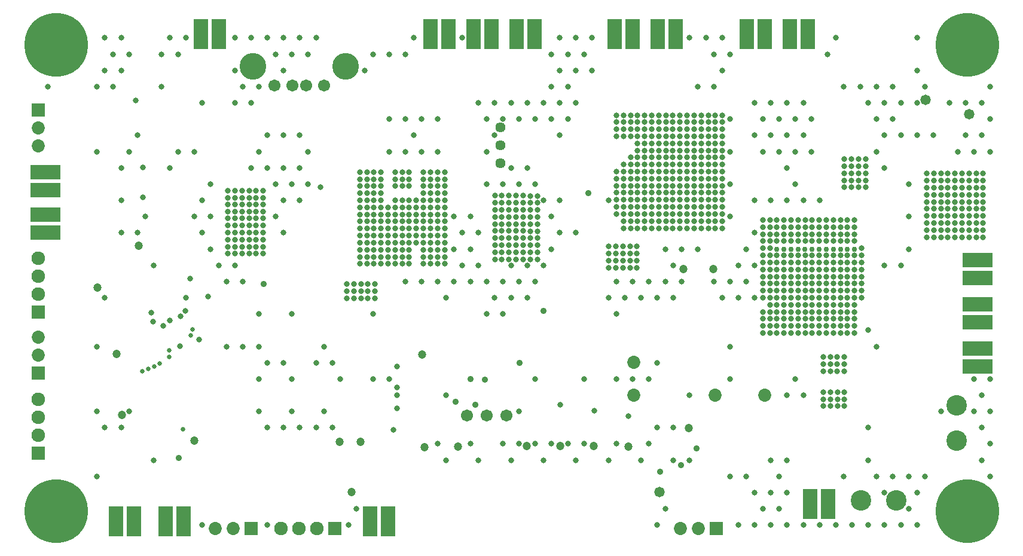
<source format=gbs>
G04*
G04 #@! TF.GenerationSoftware,Altium Limited,Altium Designer,21.7.2 (23)*
G04*
G04 Layer_Color=16711935*
%FSLAX25Y25*%
%MOIN*%
G70*
G04*
G04 #@! TF.SameCoordinates,B7E76543-6187-4393-8A72-02BF7DF05099*
G04*
G04*
G04 #@! TF.FilePolarity,Negative*
G04*
G01*
G75*
%ADD57C,0.05682*%
%ADD58C,0.07296*%
%ADD59R,0.08477X0.16548*%
%ADD60R,0.07591X0.07591*%
%ADD61C,0.07591*%
%ADD62R,0.07591X0.07591*%
%ADD63C,0.14855*%
%ADD64C,0.06706*%
%ADD65R,0.07296X0.07296*%
%ADD66R,0.07296X0.07296*%
%ADD67R,0.16548X0.08477*%
%ADD68C,0.11430*%
%ADD69C,0.06753*%
%ADD70C,0.35433*%
%ADD71C,0.04737*%
%ADD72C,0.02562*%
%ADD73C,0.03162*%
%ADD74C,0.02992*%
%ADD75C,0.03556*%
%ADD76C,0.05800*%
D57*
X-278051Y-63622D02*
D03*
Y-73622D02*
D03*
Y-83622D02*
D03*
D58*
X-203543Y-194587D02*
D03*
X-130709Y-213090D02*
D03*
X-158268D02*
D03*
X-203543D02*
D03*
X-535433Y-64016D02*
D03*
Y-74016D02*
D03*
X-167480Y-287402D02*
D03*
X-177480D02*
D03*
X-535433Y-190551D02*
D03*
Y-180551D02*
D03*
X-427008Y-287402D02*
D03*
X-437008D02*
D03*
D59*
X-105276Y-273622D02*
D03*
X-95276D02*
D03*
X-445039Y-11811D02*
D03*
X-435039D02*
D03*
X-464567Y-283465D02*
D03*
X-454567D02*
D03*
X-492126D02*
D03*
X-482126D02*
D03*
X-340394D02*
D03*
X-350394D02*
D03*
X-140438Y-11811D02*
D03*
X-130438D02*
D03*
X-116438D02*
D03*
X-106438D02*
D03*
X-190177D02*
D03*
X-180177D02*
D03*
X-214177D02*
D03*
X-204177D02*
D03*
X-292752D02*
D03*
X-282752D02*
D03*
X-316752D02*
D03*
X-306752D02*
D03*
X-268752D02*
D03*
X-258752D02*
D03*
D60*
X-370079Y-287402D02*
D03*
D61*
X-380079D02*
D03*
X-390079D02*
D03*
X-400079D02*
D03*
X-535433Y-156693D02*
D03*
Y-146693D02*
D03*
Y-136693D02*
D03*
Y-235433D02*
D03*
Y-225433D02*
D03*
Y-215433D02*
D03*
D62*
Y-166693D02*
D03*
Y-245433D02*
D03*
D63*
X-415906Y-29528D02*
D03*
X-364173D02*
D03*
D64*
X-403819Y-40197D02*
D03*
X-393976D02*
D03*
X-386102D02*
D03*
X-376260D02*
D03*
D65*
X-535433Y-54016D02*
D03*
Y-200551D02*
D03*
D66*
X-157480Y-287402D02*
D03*
X-417008D02*
D03*
D67*
X-531496Y-98583D02*
D03*
Y-88583D02*
D03*
Y-122205D02*
D03*
Y-112205D02*
D03*
X-11811Y-137638D02*
D03*
Y-147638D02*
D03*
Y-162402D02*
D03*
Y-172402D02*
D03*
Y-197008D02*
D03*
Y-187008D02*
D03*
D68*
X-23622Y-218504D02*
D03*
Y-238189D02*
D03*
X-57087Y-271654D02*
D03*
X-76772D02*
D03*
D69*
X-274410Y-224410D02*
D03*
X-285433D02*
D03*
X-296457D02*
D03*
D70*
X-17717Y-17717D02*
D03*
Y-277559D02*
D03*
X-525591D02*
D03*
Y-17717D02*
D03*
D71*
X-321498Y-190454D02*
D03*
X-448413Y-238360D02*
D03*
X-360827Y-266831D02*
D03*
X-502461Y-153051D02*
D03*
X-479724Y-129724D02*
D03*
X-367717Y-238976D02*
D03*
X-355811D02*
D03*
X-175765Y-142738D02*
D03*
X-159220D02*
D03*
X-172875Y-231399D02*
D03*
X-491732Y-190157D02*
D03*
X-488867Y-224035D02*
D03*
X-301575Y-241732D02*
D03*
X-320249Y-241839D02*
D03*
X-263093Y-241279D02*
D03*
X-206496Y-241732D02*
D03*
X-244488Y-241240D02*
D03*
X-225787Y-241240D02*
D03*
D72*
X-454921Y-231988D02*
D03*
X-467729Y-195242D02*
D03*
X-474251Y-198226D02*
D03*
X-470965Y-196852D02*
D03*
X-477470Y-199735D02*
D03*
X-449537Y-176311D02*
D03*
X-462577Y-187959D02*
D03*
X-462503Y-191788D02*
D03*
X-450675Y-179569D02*
D03*
D73*
X-4921Y-40945D02*
D03*
X-9449Y-50000D02*
D03*
X-4921Y-59055D02*
D03*
X-9449Y-68110D02*
D03*
X-4921Y-77165D02*
D03*
Y-203937D02*
D03*
X-9449Y-212992D02*
D03*
X-4921Y-222047D02*
D03*
X-9449Y-231102D02*
D03*
X-4921Y-240157D02*
D03*
X-9449Y-249213D02*
D03*
X-4921Y-258268D02*
D03*
X-18504Y-50000D02*
D03*
Y-68110D02*
D03*
X-13976Y-77165D02*
D03*
Y-203937D02*
D03*
Y-222047D02*
D03*
X-27559Y-50000D02*
D03*
X-23031Y-77165D02*
D03*
X-36614Y-68110D02*
D03*
X-32087Y-222047D02*
D03*
X-45669Y-13779D02*
D03*
Y-31890D02*
D03*
X-41142Y-40945D02*
D03*
X-45669Y-50000D02*
D03*
Y-68110D02*
D03*
X-41142Y-258268D02*
D03*
X-45669Y-267323D02*
D03*
Y-285433D02*
D03*
X-54724Y-50000D02*
D03*
Y-68110D02*
D03*
X-50197Y-95275D02*
D03*
Y-113386D02*
D03*
Y-131496D02*
D03*
X-54724Y-140551D02*
D03*
X-50197Y-258268D02*
D03*
Y-276378D02*
D03*
X-54724Y-285433D02*
D03*
X-59252Y-40945D02*
D03*
X-63779Y-50000D02*
D03*
X-59252Y-59055D02*
D03*
X-63779Y-68110D02*
D03*
Y-86220D02*
D03*
Y-140551D02*
D03*
X-59252Y-258268D02*
D03*
X-63779Y-267323D02*
D03*
Y-285433D02*
D03*
X-68307Y-40945D02*
D03*
X-72834Y-50000D02*
D03*
X-68307Y-59055D02*
D03*
Y-77165D02*
D03*
X-72834Y-176772D02*
D03*
X-68307Y-185827D02*
D03*
X-72834Y-231102D02*
D03*
Y-249213D02*
D03*
X-68307Y-258268D02*
D03*
X-72834Y-285433D02*
D03*
X-77362Y-40945D02*
D03*
X-81890Y-285433D02*
D03*
X-90945Y-13779D02*
D03*
X-86417Y-40945D02*
D03*
Y-258268D02*
D03*
X-90945Y-285433D02*
D03*
X-95472Y-22835D02*
D03*
X-100000Y-104331D02*
D03*
Y-285433D02*
D03*
X-109055Y-50000D02*
D03*
X-104527Y-59055D02*
D03*
X-109055Y-68110D02*
D03*
X-104527Y-77165D02*
D03*
X-109055Y-104331D02*
D03*
Y-212992D02*
D03*
Y-285433D02*
D03*
X-118110Y-50000D02*
D03*
X-113583Y-59055D02*
D03*
X-118110Y-68110D02*
D03*
X-113583Y-77165D02*
D03*
X-118110Y-86220D02*
D03*
X-113583Y-95275D02*
D03*
X-118110Y-104331D02*
D03*
X-113583Y-203937D02*
D03*
X-118110Y-212992D02*
D03*
Y-249213D02*
D03*
Y-267323D02*
D03*
Y-285433D02*
D03*
X-127165Y-50000D02*
D03*
X-122638Y-59055D02*
D03*
X-127165Y-68110D02*
D03*
X-122638Y-77165D02*
D03*
X-127165Y-104331D02*
D03*
Y-249213D02*
D03*
X-122638Y-258268D02*
D03*
X-127165Y-267323D02*
D03*
X-122638Y-276378D02*
D03*
X-127165Y-285433D02*
D03*
X-136220Y-50000D02*
D03*
X-131693Y-59055D02*
D03*
X-136220Y-68110D02*
D03*
X-131693Y-77165D02*
D03*
X-136220Y-104331D02*
D03*
Y-122441D02*
D03*
Y-140551D02*
D03*
Y-158661D02*
D03*
Y-267323D02*
D03*
X-131693Y-276378D02*
D03*
X-136220Y-285433D02*
D03*
X-140748Y-131496D02*
D03*
X-145275Y-140551D02*
D03*
X-140748Y-149606D02*
D03*
X-145275Y-158661D02*
D03*
X-140748Y-258268D02*
D03*
X-145275Y-285433D02*
D03*
X-154331Y-13779D02*
D03*
X-149803Y-22835D02*
D03*
X-154331Y-31890D02*
D03*
X-149803Y-59055D02*
D03*
Y-77165D02*
D03*
Y-95275D02*
D03*
Y-113386D02*
D03*
Y-149606D02*
D03*
X-154331Y-158661D02*
D03*
X-149803Y-185827D02*
D03*
Y-203937D02*
D03*
Y-258268D02*
D03*
X-163386Y-13779D02*
D03*
X-158858Y-22835D02*
D03*
Y-40945D02*
D03*
Y-149606D02*
D03*
X-172441Y-13779D02*
D03*
X-167913Y-40945D02*
D03*
Y-131496D02*
D03*
X-172441Y-212992D02*
D03*
Y-249213D02*
D03*
X-176968Y-131496D02*
D03*
X-181496Y-140551D02*
D03*
X-176968Y-149606D02*
D03*
X-181496Y-158661D02*
D03*
Y-231102D02*
D03*
Y-249213D02*
D03*
X-186023Y-131496D02*
D03*
Y-149606D02*
D03*
X-190551Y-158661D02*
D03*
Y-194882D02*
D03*
Y-231102D02*
D03*
X-186023Y-276378D02*
D03*
X-190551Y-285433D02*
D03*
X-195079Y-149606D02*
D03*
X-199606Y-158661D02*
D03*
X-195079Y-203937D02*
D03*
Y-240157D02*
D03*
X-199606Y-249213D02*
D03*
X-204134Y-149606D02*
D03*
X-208661Y-158661D02*
D03*
X-204134Y-203937D02*
D03*
X-217716Y-104331D02*
D03*
X-213189Y-149606D02*
D03*
X-217716Y-158661D02*
D03*
X-213189Y-167717D02*
D03*
Y-203937D02*
D03*
Y-240157D02*
D03*
X-217716Y-249213D02*
D03*
X-226771Y-13779D02*
D03*
Y-31890D02*
D03*
X-235827Y-13779D02*
D03*
X-231299Y-22835D02*
D03*
X-235827Y-31890D02*
D03*
Y-50000D02*
D03*
Y-122441D02*
D03*
X-231299Y-203937D02*
D03*
Y-240157D02*
D03*
X-235827Y-249213D02*
D03*
X-244882Y-13779D02*
D03*
X-240354Y-22835D02*
D03*
X-244882Y-31890D02*
D03*
X-240354Y-40945D02*
D03*
X-244882Y-50000D02*
D03*
X-240354Y-59055D02*
D03*
X-244882Y-68110D02*
D03*
Y-104331D02*
D03*
Y-122441D02*
D03*
X-240354Y-240157D02*
D03*
X-249409Y-22835D02*
D03*
Y-40945D02*
D03*
X-253937Y-50000D02*
D03*
X-249409Y-59055D02*
D03*
X-253937Y-104331D02*
D03*
X-249409Y-113386D02*
D03*
Y-131496D02*
D03*
X-253937Y-140551D02*
D03*
X-249409Y-240157D02*
D03*
X-253937Y-249213D02*
D03*
X-262992Y-50000D02*
D03*
X-258464Y-59055D02*
D03*
X-262992Y-86220D02*
D03*
X-258464Y-95275D02*
D03*
X-262992Y-140551D02*
D03*
X-258464Y-149606D02*
D03*
X-262992Y-158661D02*
D03*
X-258464Y-203937D02*
D03*
Y-240157D02*
D03*
X-272047Y-50000D02*
D03*
X-267520Y-59055D02*
D03*
X-272047Y-86220D02*
D03*
X-267520Y-95275D02*
D03*
X-272047Y-140551D02*
D03*
X-267520Y-149606D02*
D03*
X-272047Y-158661D02*
D03*
X-267520Y-222047D02*
D03*
Y-240157D02*
D03*
X-272047Y-249213D02*
D03*
X-281102Y-50000D02*
D03*
X-276575Y-59055D02*
D03*
X-281102Y-68110D02*
D03*
X-276575Y-95275D02*
D03*
Y-149606D02*
D03*
X-281102Y-158661D02*
D03*
X-276575Y-167717D02*
D03*
Y-240157D02*
D03*
X-290157Y-50000D02*
D03*
X-285630Y-59055D02*
D03*
Y-77165D02*
D03*
Y-95275D02*
D03*
X-290157Y-122441D02*
D03*
Y-140551D02*
D03*
X-285630Y-149606D02*
D03*
Y-167717D02*
D03*
X-290157Y-249213D02*
D03*
X-299213Y-13779D02*
D03*
X-294685Y-113386D02*
D03*
X-299213Y-122441D02*
D03*
X-294685Y-131496D02*
D03*
X-299213Y-140551D02*
D03*
X-294685Y-149606D02*
D03*
Y-240157D02*
D03*
X-303740Y-113386D02*
D03*
Y-131496D02*
D03*
Y-149606D02*
D03*
X-308268Y-158661D02*
D03*
Y-212992D02*
D03*
Y-249213D02*
D03*
X-312795Y-59055D02*
D03*
Y-77165D02*
D03*
Y-149606D02*
D03*
Y-240157D02*
D03*
X-326378Y-13779D02*
D03*
X-321850Y-59055D02*
D03*
X-326378Y-68110D02*
D03*
X-321850Y-77165D02*
D03*
Y-149606D02*
D03*
X-330905Y-22835D02*
D03*
Y-59055D02*
D03*
Y-77165D02*
D03*
Y-149606D02*
D03*
X-335433Y-212992D02*
D03*
X-339961Y-22835D02*
D03*
Y-59055D02*
D03*
Y-77165D02*
D03*
Y-203937D02*
D03*
X-349016Y-22835D02*
D03*
X-353543Y-31890D02*
D03*
X-349016Y-167717D02*
D03*
Y-203937D02*
D03*
X-358071Y-276378D02*
D03*
X-362598Y-285433D02*
D03*
X-371654Y-194882D02*
D03*
X-367126Y-203937D02*
D03*
X-371654Y-231102D02*
D03*
X-380709Y-13779D02*
D03*
X-376181Y-185827D02*
D03*
X-380709Y-194882D02*
D03*
X-376181Y-222047D02*
D03*
X-380709Y-231102D02*
D03*
X-389764Y-13779D02*
D03*
X-385236Y-22835D02*
D03*
X-389764Y-68110D02*
D03*
X-385236Y-77165D02*
D03*
X-389764Y-86220D02*
D03*
X-385236Y-95275D02*
D03*
X-389764Y-104331D02*
D03*
Y-231102D02*
D03*
X-398819Y-13779D02*
D03*
X-394291Y-22835D02*
D03*
X-398819Y-31890D02*
D03*
Y-68110D02*
D03*
Y-86220D02*
D03*
X-394291Y-95275D02*
D03*
X-398819Y-104331D02*
D03*
Y-122441D02*
D03*
X-394291Y-167717D02*
D03*
X-398819Y-194882D02*
D03*
X-394291Y-203937D02*
D03*
Y-222047D02*
D03*
X-398819Y-231102D02*
D03*
X-407874Y-13779D02*
D03*
X-403346Y-22835D02*
D03*
X-407874Y-68110D02*
D03*
Y-86220D02*
D03*
X-403346Y-95275D02*
D03*
Y-113386D02*
D03*
X-407874Y-194882D02*
D03*
Y-231102D02*
D03*
Y-285433D02*
D03*
X-416929Y-13779D02*
D03*
X-412401Y-40945D02*
D03*
X-416929Y-50000D02*
D03*
X-412401Y-77165D02*
D03*
X-416929Y-86220D02*
D03*
X-412401Y-167717D02*
D03*
Y-185827D02*
D03*
Y-203937D02*
D03*
Y-222047D02*
D03*
X-425984Y-13779D02*
D03*
Y-31890D02*
D03*
X-421457Y-40945D02*
D03*
X-425984Y-50000D02*
D03*
Y-140551D02*
D03*
X-421457Y-149606D02*
D03*
Y-185827D02*
D03*
X-435039Y-140551D02*
D03*
X-430512Y-149606D02*
D03*
Y-185827D02*
D03*
X-444094Y-50000D02*
D03*
X-439567Y-95275D02*
D03*
X-444094Y-104331D02*
D03*
X-439567Y-113386D02*
D03*
X-444094Y-122441D02*
D03*
X-439567Y-131496D02*
D03*
X-444094Y-285433D02*
D03*
X-453150Y-13779D02*
D03*
X-448622Y-77165D02*
D03*
Y-113386D02*
D03*
X-453150Y-158661D02*
D03*
X-462205Y-13779D02*
D03*
X-457677Y-22835D02*
D03*
Y-77165D02*
D03*
X-462205Y-86220D02*
D03*
X-466732Y-22835D02*
D03*
Y-40945D02*
D03*
X-471260Y-140551D02*
D03*
Y-249213D02*
D03*
X-480315Y-68110D02*
D03*
X-475787Y-113386D02*
D03*
X-480315Y-122441D02*
D03*
X-489370Y-13779D02*
D03*
X-484842Y-22835D02*
D03*
X-489370Y-31890D02*
D03*
X-484842Y-77165D02*
D03*
X-489370Y-86220D02*
D03*
Y-104331D02*
D03*
Y-122441D02*
D03*
X-484842Y-222047D02*
D03*
X-489370Y-231102D02*
D03*
X-498425Y-13779D02*
D03*
X-493898Y-22835D02*
D03*
X-498425Y-31890D02*
D03*
X-493898Y-40945D02*
D03*
X-498425Y-158661D02*
D03*
Y-231102D02*
D03*
X-502953Y-40945D02*
D03*
Y-77165D02*
D03*
Y-185827D02*
D03*
Y-222047D02*
D03*
Y-258268D02*
D03*
X-530118Y-40945D02*
D03*
X-471528Y-171902D02*
D03*
X-462325Y-171164D02*
D03*
X-472423Y-166978D02*
D03*
X-86115Y-211245D02*
D03*
X-93989Y-215182D02*
D03*
X-97926Y-211245D02*
D03*
X-93989Y-219119D02*
D03*
X-90052Y-215182D02*
D03*
X-86115Y-219119D02*
D03*
X-93989Y-211245D02*
D03*
X-90052D02*
D03*
X-97926Y-219119D02*
D03*
X-97926Y-215182D02*
D03*
X-86115D02*
D03*
X-90052Y-219119D02*
D03*
X-94055Y-195664D02*
D03*
X-97992Y-199601D02*
D03*
X-90118Y-195664D02*
D03*
X-97992Y-191727D02*
D03*
X-90118D02*
D03*
X-86181Y-195664D02*
D03*
Y-199601D02*
D03*
Y-191727D02*
D03*
X-94055D02*
D03*
Y-199601D02*
D03*
X-97992Y-195664D02*
D03*
X-90118Y-199601D02*
D03*
X-316929Y-96457D02*
D03*
X-320866D02*
D03*
X-352362Y-92520D02*
D03*
X-356299D02*
D03*
X-348425D02*
D03*
X-344488D02*
D03*
X-328740D02*
D03*
X-332677D02*
D03*
X-336614D02*
D03*
X-316929D02*
D03*
X-320866D02*
D03*
Y-88583D02*
D03*
X-316929D02*
D03*
X-336614D02*
D03*
X-332677D02*
D03*
X-328740D02*
D03*
X-344488D02*
D03*
X-348425D02*
D03*
X-356299D02*
D03*
X-352362D02*
D03*
Y-96457D02*
D03*
X-356299D02*
D03*
X-332677D02*
D03*
X-336614D02*
D03*
X-344488D02*
D03*
X-348425D02*
D03*
X-328740D02*
D03*
X-312992D02*
D03*
X-309055D02*
D03*
Y-88583D02*
D03*
X-312992D02*
D03*
Y-92520D02*
D03*
X-309055D02*
D03*
X-312992Y-104331D02*
D03*
X-309055D02*
D03*
Y-112205D02*
D03*
X-312992D02*
D03*
Y-108268D02*
D03*
X-309055D02*
D03*
Y-124016D02*
D03*
X-312992D02*
D03*
Y-127953D02*
D03*
X-309055D02*
D03*
Y-120079D02*
D03*
X-312992D02*
D03*
Y-116142D02*
D03*
X-309055D02*
D03*
Y-135827D02*
D03*
X-312992D02*
D03*
Y-131890D02*
D03*
X-309055D02*
D03*
Y-100394D02*
D03*
Y-139764D02*
D03*
X-312992Y-100394D02*
D03*
Y-139764D02*
D03*
X-328740D02*
D03*
X-340551D02*
D03*
X-348425D02*
D03*
X-344488D02*
D03*
X-336614D02*
D03*
X-332677D02*
D03*
X-348425Y-100394D02*
D03*
X-356299Y-139764D02*
D03*
Y-100394D02*
D03*
X-344488D02*
D03*
X-352362Y-139764D02*
D03*
Y-100394D02*
D03*
Y-131890D02*
D03*
X-356299D02*
D03*
X-348425D02*
D03*
X-344488D02*
D03*
X-328740D02*
D03*
X-332677D02*
D03*
X-340551D02*
D03*
X-336614D02*
D03*
X-316929D02*
D03*
X-320866D02*
D03*
Y-135827D02*
D03*
X-316929D02*
D03*
X-336614D02*
D03*
X-340551D02*
D03*
X-332677D02*
D03*
X-328740D02*
D03*
X-344488D02*
D03*
X-348425D02*
D03*
X-356299D02*
D03*
X-352362D02*
D03*
X-320866Y-139764D02*
D03*
X-316929D02*
D03*
X-352362Y-116142D02*
D03*
X-356299D02*
D03*
X-348425D02*
D03*
X-344488D02*
D03*
X-328740D02*
D03*
X-332677D02*
D03*
X-340551D02*
D03*
X-336614D02*
D03*
X-316929D02*
D03*
X-324803D02*
D03*
X-320866D02*
D03*
Y-120079D02*
D03*
X-324803D02*
D03*
X-316929D02*
D03*
X-336614D02*
D03*
X-340551D02*
D03*
X-332677D02*
D03*
X-328740D02*
D03*
X-344488D02*
D03*
X-348425D02*
D03*
X-356299D02*
D03*
X-352362D02*
D03*
Y-127953D02*
D03*
X-356299D02*
D03*
X-348425D02*
D03*
X-344488D02*
D03*
X-328740D02*
D03*
X-332677D02*
D03*
X-340551D02*
D03*
X-336614D02*
D03*
X-316929D02*
D03*
X-324803D02*
D03*
X-320866D02*
D03*
Y-124016D02*
D03*
X-324803D02*
D03*
X-316929D02*
D03*
X-336614D02*
D03*
X-340551D02*
D03*
X-332677D02*
D03*
X-328740D02*
D03*
X-344488D02*
D03*
X-348425D02*
D03*
X-356299D02*
D03*
X-352362D02*
D03*
Y-108268D02*
D03*
X-356299D02*
D03*
X-348425D02*
D03*
X-344488D02*
D03*
X-328740D02*
D03*
X-332677D02*
D03*
X-340551D02*
D03*
X-336614D02*
D03*
X-316929D02*
D03*
X-324803D02*
D03*
X-320866D02*
D03*
Y-112205D02*
D03*
X-324803D02*
D03*
X-316929D02*
D03*
X-336614D02*
D03*
X-340551D02*
D03*
X-332677D02*
D03*
X-328740D02*
D03*
X-344488D02*
D03*
X-348425D02*
D03*
X-356299D02*
D03*
X-352362D02*
D03*
Y-104331D02*
D03*
X-356299D02*
D03*
X-348425D02*
D03*
X-344488D02*
D03*
X-328740D02*
D03*
X-332677D02*
D03*
X-336614D02*
D03*
X-316929D02*
D03*
X-324803D02*
D03*
X-320866D02*
D03*
Y-100394D02*
D03*
X-316929D02*
D03*
X-181744Y-108027D02*
D03*
X-189618Y-104090D02*
D03*
X-193555D02*
D03*
X-197492D02*
D03*
X-185681D02*
D03*
X-201429D02*
D03*
X-185681Y-108027D02*
D03*
X-201429D02*
D03*
X-189618D02*
D03*
X-197492D02*
D03*
X-193555D02*
D03*
X-177807D02*
D03*
X-181744Y-104090D02*
D03*
X-177807D02*
D03*
X-173870Y-115901D02*
D03*
X-209303D02*
D03*
X-205366D02*
D03*
X-201429D02*
D03*
X-185681D02*
D03*
X-193555D02*
D03*
X-177807D02*
D03*
X-181744D02*
D03*
X-197492D02*
D03*
X-189618D02*
D03*
X-154185D02*
D03*
X-162059D02*
D03*
X-169933D02*
D03*
X-165996D02*
D03*
X-158122D02*
D03*
X-154185Y-108027D02*
D03*
X-162059D02*
D03*
X-165996D02*
D03*
X-158122D02*
D03*
X-154185Y-100153D02*
D03*
X-158122D02*
D03*
X-165996D02*
D03*
X-162059D02*
D03*
X-154185Y-104090D02*
D03*
X-165996D02*
D03*
X-162059D02*
D03*
X-158122D02*
D03*
X-154185Y-119838D02*
D03*
X-189618D02*
D03*
X-173870D02*
D03*
X-181744D02*
D03*
X-177807D02*
D03*
X-158122D02*
D03*
X-162059D02*
D03*
X-165996D02*
D03*
X-169933D02*
D03*
X-185681D02*
D03*
X-197492D02*
D03*
X-205366D02*
D03*
X-201429D02*
D03*
X-193555D02*
D03*
X-209303D02*
D03*
X-213240Y-111964D02*
D03*
X-189618D02*
D03*
X-181744D02*
D03*
X-177807D02*
D03*
X-173870D02*
D03*
X-169933D02*
D03*
X-165996D02*
D03*
X-185681D02*
D03*
X-154185D02*
D03*
X-162059D02*
D03*
X-158122D02*
D03*
X-209303D02*
D03*
X-205366D02*
D03*
X-201429D02*
D03*
X-197492D02*
D03*
X-193555D02*
D03*
X-213240Y-104090D02*
D03*
X-205366D02*
D03*
X-209303D02*
D03*
Y-108027D02*
D03*
X-213240D02*
D03*
X-205366D02*
D03*
X-213240Y-100153D02*
D03*
X-201429D02*
D03*
X-193555D02*
D03*
X-197492D02*
D03*
X-189618D02*
D03*
X-205366D02*
D03*
X-209303D02*
D03*
X-173870Y-108027D02*
D03*
X-169933D02*
D03*
X-173870Y-100153D02*
D03*
X-169933D02*
D03*
Y-104090D02*
D03*
X-173870D02*
D03*
X-177807Y-100153D02*
D03*
X-181744D02*
D03*
X-185681D02*
D03*
X-162059Y-64720D02*
D03*
X-165996Y-56846D02*
D03*
X-162059D02*
D03*
X-165996Y-64720D02*
D03*
Y-60783D02*
D03*
X-162059D02*
D03*
Y-68657D02*
D03*
X-154185D02*
D03*
X-158122D02*
D03*
X-154185Y-64720D02*
D03*
X-158122D02*
D03*
X-154185Y-60783D02*
D03*
X-158122D02*
D03*
Y-56846D02*
D03*
X-154185D02*
D03*
X-213240Y-68657D02*
D03*
Y-60783D02*
D03*
Y-64720D02*
D03*
Y-56846D02*
D03*
X-177807Y-64720D02*
D03*
X-185681D02*
D03*
X-181744D02*
D03*
X-189618D02*
D03*
X-209303Y-68657D02*
D03*
X-205366Y-64720D02*
D03*
X-209303Y-60783D02*
D03*
X-205366D02*
D03*
Y-56846D02*
D03*
X-209303D02*
D03*
Y-64720D02*
D03*
X-205366Y-68657D02*
D03*
X-201429Y-56846D02*
D03*
Y-68657D02*
D03*
Y-64720D02*
D03*
X-197492D02*
D03*
X-193555D02*
D03*
X-197492Y-60783D02*
D03*
X-193555D02*
D03*
X-189618D02*
D03*
X-201429D02*
D03*
X-185681D02*
D03*
X-193555Y-68657D02*
D03*
X-189618D02*
D03*
X-181744D02*
D03*
X-185681D02*
D03*
X-197492D02*
D03*
X-181744Y-60783D02*
D03*
X-173870Y-64720D02*
D03*
Y-56846D02*
D03*
X-177807D02*
D03*
Y-60783D02*
D03*
X-173870D02*
D03*
X-169933Y-64720D02*
D03*
Y-60783D02*
D03*
Y-68657D02*
D03*
X-165996D02*
D03*
X-173870D02*
D03*
X-169933Y-56846D02*
D03*
X-177807Y-68657D02*
D03*
X-193555Y-56846D02*
D03*
X-197492D02*
D03*
X-185681D02*
D03*
X-189618D02*
D03*
X-181744D02*
D03*
X-213240Y-88342D02*
D03*
X-209303D02*
D03*
X-205366D02*
D03*
X-201429D02*
D03*
X-197492D02*
D03*
X-193555D02*
D03*
X-154185Y-96216D02*
D03*
X-165996D02*
D03*
X-169933D02*
D03*
X-162059D02*
D03*
X-158122D02*
D03*
X-169933Y-92279D02*
D03*
X-165996D02*
D03*
X-154185D02*
D03*
X-158122D02*
D03*
X-162059D02*
D03*
X-177807Y-96216D02*
D03*
X-173870D02*
D03*
Y-72594D02*
D03*
X-197492D02*
D03*
X-193555D02*
D03*
X-201429D02*
D03*
X-189618D02*
D03*
X-177807D02*
D03*
X-181744D02*
D03*
X-185681D02*
D03*
X-169933D02*
D03*
X-165996D02*
D03*
X-162059D02*
D03*
X-154185D02*
D03*
X-158122D02*
D03*
X-213240Y-96216D02*
D03*
X-193555D02*
D03*
X-185681D02*
D03*
X-189618D02*
D03*
X-181744D02*
D03*
X-209303D02*
D03*
X-205366D02*
D03*
X-201429D02*
D03*
X-197492D02*
D03*
X-154185Y-88342D02*
D03*
Y-84405D02*
D03*
X-158122D02*
D03*
Y-88342D02*
D03*
Y-80468D02*
D03*
Y-76531D02*
D03*
X-154185D02*
D03*
Y-80468D02*
D03*
X-181744Y-92279D02*
D03*
X-177807D02*
D03*
X-173870D02*
D03*
X-185681D02*
D03*
X-213240D02*
D03*
X-201429D02*
D03*
X-205366D02*
D03*
X-209303D02*
D03*
X-193555D02*
D03*
X-197492D02*
D03*
X-189618D02*
D03*
X-193555Y-84405D02*
D03*
X-197492D02*
D03*
X-201429D02*
D03*
X-181744D02*
D03*
X-185681D02*
D03*
X-177807D02*
D03*
X-205366D02*
D03*
X-209303D02*
D03*
X-189618D02*
D03*
X-201429Y-80468D02*
D03*
X-205366D02*
D03*
X-197492Y-76531D02*
D03*
X-189618D02*
D03*
X-193555D02*
D03*
X-185681D02*
D03*
X-181744D02*
D03*
X-177807D02*
D03*
X-201429D02*
D03*
X-173870Y-80468D02*
D03*
Y-84405D02*
D03*
X-165996D02*
D03*
X-169933D02*
D03*
X-162059D02*
D03*
X-173870Y-76531D02*
D03*
X-162059Y-80468D02*
D03*
X-169933D02*
D03*
X-165996D02*
D03*
Y-76531D02*
D03*
X-162059D02*
D03*
X-169933D02*
D03*
X-197492Y-80468D02*
D03*
X-177807D02*
D03*
X-193555D02*
D03*
X-181744D02*
D03*
X-189618D02*
D03*
X-185681D02*
D03*
X-189618Y-88342D02*
D03*
X-173870D02*
D03*
X-185681D02*
D03*
X-181744D02*
D03*
X-162059D02*
D03*
X-169933D02*
D03*
X-165996D02*
D03*
X-177807D02*
D03*
X-127726Y-119269D02*
D03*
X-131663D02*
D03*
X-123789D02*
D03*
X-119852D02*
D03*
X-104104D02*
D03*
X-108041D02*
D03*
X-115915D02*
D03*
X-111978D02*
D03*
X-92293D02*
D03*
X-100167D02*
D03*
X-96230D02*
D03*
Y-123206D02*
D03*
X-100167D02*
D03*
X-92293D02*
D03*
X-111978D02*
D03*
X-115915D02*
D03*
X-108041D02*
D03*
X-104104D02*
D03*
X-119852D02*
D03*
X-123789D02*
D03*
X-131663D02*
D03*
X-127726D02*
D03*
Y-115332D02*
D03*
X-131663D02*
D03*
X-123789D02*
D03*
X-119852D02*
D03*
X-104104D02*
D03*
X-108041D02*
D03*
X-115915D02*
D03*
X-111978D02*
D03*
X-92293D02*
D03*
X-100167D02*
D03*
X-96230D02*
D03*
X-92293Y-135017D02*
D03*
X-100167D02*
D03*
X-96230D02*
D03*
X-127726Y-131080D02*
D03*
X-131663D02*
D03*
X-96230Y-127143D02*
D03*
X-100167D02*
D03*
X-92293D02*
D03*
X-111978D02*
D03*
X-115915D02*
D03*
X-108041D02*
D03*
X-104104D02*
D03*
X-119852D02*
D03*
X-123789D02*
D03*
X-131663D02*
D03*
X-127726D02*
D03*
Y-135017D02*
D03*
X-131663D02*
D03*
X-108041D02*
D03*
X-111978D02*
D03*
X-119852D02*
D03*
X-123789D02*
D03*
X-115915D02*
D03*
X-104104D02*
D03*
X-80482D02*
D03*
X-76545D02*
D03*
X-88356D02*
D03*
X-84419D02*
D03*
Y-127143D02*
D03*
X-88356D02*
D03*
X-80482D02*
D03*
X-76545Y-131080D02*
D03*
X-80482Y-115332D02*
D03*
X-88356D02*
D03*
X-84419D02*
D03*
Y-123206D02*
D03*
X-88356D02*
D03*
X-80482D02*
D03*
Y-119269D02*
D03*
X-88356D02*
D03*
X-84419D02*
D03*
X-76545Y-142891D02*
D03*
X-80482D02*
D03*
X-88356D02*
D03*
X-84419D02*
D03*
Y-150765D02*
D03*
X-88356D02*
D03*
X-80482D02*
D03*
X-76545D02*
D03*
Y-146828D02*
D03*
X-80482D02*
D03*
X-88356D02*
D03*
X-84419D02*
D03*
Y-162576D02*
D03*
X-88356D02*
D03*
X-80482D02*
D03*
Y-166513D02*
D03*
X-88356D02*
D03*
X-84419D02*
D03*
Y-158639D02*
D03*
X-88356D02*
D03*
X-80482D02*
D03*
X-76545D02*
D03*
Y-154702D02*
D03*
X-80482D02*
D03*
X-88356D02*
D03*
X-84419D02*
D03*
Y-174387D02*
D03*
X-88356D02*
D03*
X-80482D02*
D03*
Y-170450D02*
D03*
X-88356D02*
D03*
X-84419D02*
D03*
Y-138954D02*
D03*
Y-178324D02*
D03*
X-76545Y-138954D02*
D03*
X-88356D02*
D03*
Y-178324D02*
D03*
X-80482Y-138954D02*
D03*
Y-178324D02*
D03*
X-104104D02*
D03*
X-115915D02*
D03*
X-123789D02*
D03*
X-119852D02*
D03*
X-111978D02*
D03*
X-108041D02*
D03*
X-104104Y-138954D02*
D03*
X-123789D02*
D03*
X-131663Y-178324D02*
D03*
Y-138954D02*
D03*
X-119852D02*
D03*
X-108041D02*
D03*
X-115915D02*
D03*
X-127726Y-178324D02*
D03*
Y-138954D02*
D03*
X-111978D02*
D03*
X-127726Y-170450D02*
D03*
X-131663D02*
D03*
X-123789D02*
D03*
X-119852D02*
D03*
X-104104D02*
D03*
X-108041D02*
D03*
X-115915D02*
D03*
X-111978D02*
D03*
X-92293D02*
D03*
X-100167D02*
D03*
X-96230D02*
D03*
Y-174387D02*
D03*
X-100167D02*
D03*
X-92293D02*
D03*
X-111978D02*
D03*
X-115915D02*
D03*
X-108041D02*
D03*
X-104104D02*
D03*
X-119852D02*
D03*
X-123789D02*
D03*
X-131663D02*
D03*
X-127726D02*
D03*
X-96230Y-178324D02*
D03*
X-100167D02*
D03*
X-92293D02*
D03*
X-127726Y-154702D02*
D03*
X-131663D02*
D03*
X-123789D02*
D03*
X-119852D02*
D03*
X-104104D02*
D03*
X-108041D02*
D03*
X-115915D02*
D03*
X-111978D02*
D03*
X-92293D02*
D03*
X-100167D02*
D03*
X-96230D02*
D03*
Y-158639D02*
D03*
X-100167D02*
D03*
X-92293D02*
D03*
X-111978D02*
D03*
X-115915D02*
D03*
X-108041D02*
D03*
X-104104D02*
D03*
X-119852D02*
D03*
X-123789D02*
D03*
X-131663D02*
D03*
X-127726D02*
D03*
Y-166513D02*
D03*
X-131663D02*
D03*
X-123789D02*
D03*
X-119852D02*
D03*
X-104104D02*
D03*
X-108041D02*
D03*
X-115915D02*
D03*
X-111978D02*
D03*
X-92293D02*
D03*
X-100167D02*
D03*
X-96230D02*
D03*
Y-162576D02*
D03*
X-100167D02*
D03*
X-92293D02*
D03*
X-111978D02*
D03*
X-115915D02*
D03*
X-108041D02*
D03*
X-104104D02*
D03*
X-119852D02*
D03*
X-123789D02*
D03*
X-127726D02*
D03*
Y-146828D02*
D03*
X-131663D02*
D03*
X-123789D02*
D03*
X-119852D02*
D03*
X-104104D02*
D03*
X-108041D02*
D03*
X-115915D02*
D03*
X-111978D02*
D03*
X-92293D02*
D03*
X-100167D02*
D03*
X-96230D02*
D03*
Y-150765D02*
D03*
X-100167D02*
D03*
X-92293D02*
D03*
X-111978D02*
D03*
X-115915D02*
D03*
X-108041D02*
D03*
X-104104D02*
D03*
X-119852D02*
D03*
X-123789D02*
D03*
X-131663D02*
D03*
X-127726D02*
D03*
Y-142891D02*
D03*
X-131663D02*
D03*
X-123789D02*
D03*
X-119852D02*
D03*
X-104104D02*
D03*
X-108041D02*
D03*
X-115915D02*
D03*
X-111978D02*
D03*
X-92293D02*
D03*
X-100167D02*
D03*
X-96230D02*
D03*
Y-138954D02*
D03*
X-100167D02*
D03*
X-92293D02*
D03*
X-337667Y-232203D02*
D03*
X-440945Y-157874D02*
D03*
X-450939Y-148082D02*
D03*
X-456502Y-185640D02*
D03*
X-445733Y-181939D02*
D03*
X-335433Y-208661D02*
D03*
Y-220472D02*
D03*
Y-196850D02*
D03*
X-244394Y-218460D02*
D03*
X-206458Y-224768D02*
D03*
X-225590Y-221654D02*
D03*
X-465748Y-174409D02*
D03*
X-456299Y-168898D02*
D03*
X-453543Y-166142D02*
D03*
X-477165Y-102756D02*
D03*
Y-85827D02*
D03*
X-481102Y-48622D02*
D03*
X-378150Y-96850D02*
D03*
X-359646Y-158957D02*
D03*
X-355709D02*
D03*
X-351772D02*
D03*
X-355709Y-155020D02*
D03*
X-359646D02*
D03*
X-347835D02*
D03*
X-363583Y-158957D02*
D03*
X-351772Y-155020D02*
D03*
X-355709Y-151083D02*
D03*
X-347835Y-158957D02*
D03*
X-363583Y-151083D02*
D03*
X-347835D02*
D03*
X-359646D02*
D03*
X-351772D02*
D03*
X-363583Y-155020D02*
D03*
X-78248Y-97146D02*
D03*
Y-89272D02*
D03*
X-86122Y-85335D02*
D03*
X-74311D02*
D03*
X-82185Y-89272D02*
D03*
X-74311Y-81398D02*
D03*
X-82185D02*
D03*
X-82185Y-93209D02*
D03*
X-74311Y-89272D02*
D03*
X-86122Y-97146D02*
D03*
X-78248Y-85335D02*
D03*
X-86122Y-93209D02*
D03*
Y-89272D02*
D03*
X-82185Y-85335D02*
D03*
X-74311Y-93209D02*
D03*
Y-97146D02*
D03*
X-78248Y-93209D02*
D03*
X-82185Y-97146D02*
D03*
X-86122Y-81398D02*
D03*
X-78248D02*
D03*
X-40256Y-124902D02*
D03*
X-36319D02*
D03*
X-32382D02*
D03*
X-40256Y-120965D02*
D03*
X-36319D02*
D03*
X-32382D02*
D03*
X-40256Y-117027D02*
D03*
X-36319D02*
D03*
X-40256Y-113091D02*
D03*
X-36319D02*
D03*
X-40256Y-109153D02*
D03*
X-36319D02*
D03*
X-32382D02*
D03*
X-28445Y-105217D02*
D03*
X-20571Y-105217D02*
D03*
X-24508Y-105217D02*
D03*
X-28445Y-101279D02*
D03*
X-20571Y-101279D02*
D03*
X-24508Y-101279D02*
D03*
X-32382Y-97342D02*
D03*
X-28445D02*
D03*
X-40256Y-105217D02*
D03*
X-36319D02*
D03*
X-32382D02*
D03*
X-40256Y-101279D02*
D03*
X-36319Y-101279D02*
D03*
X-32382D02*
D03*
X-40256Y-97342D02*
D03*
X-36319D02*
D03*
X-40256Y-93405D02*
D03*
X-36319D02*
D03*
X-32382Y-89468D02*
D03*
X-40256D02*
D03*
X-36319D02*
D03*
X-20571Y-97342D02*
D03*
X-24508D02*
D03*
X-32382Y-93405D02*
D03*
X-28445D02*
D03*
X-24508D02*
D03*
X-20571D02*
D03*
X-28445Y-89468D02*
D03*
X-24508D02*
D03*
X-20571D02*
D03*
X-32382Y-117027D02*
D03*
X-28445Y-124902D02*
D03*
X-24508D02*
D03*
X-20571D02*
D03*
X-28445Y-120965D02*
D03*
X-24508D02*
D03*
X-20571Y-120965D02*
D03*
X-28445Y-117027D02*
D03*
X-24508D02*
D03*
X-20571D02*
D03*
X-32382Y-113091D02*
D03*
X-28445D02*
D03*
X-24508D02*
D03*
X-20571D02*
D03*
X-28445Y-109153D02*
D03*
X-24508D02*
D03*
X-20571D02*
D03*
X-12697Y-120965D02*
D03*
X-16634D02*
D03*
X-8760D02*
D03*
Y-124902D02*
D03*
X-12697Y-124902D02*
D03*
X-16634D02*
D03*
Y-117027D02*
D03*
X-12697D02*
D03*
X-8760D02*
D03*
Y-109153D02*
D03*
X-16634D02*
D03*
X-12697D02*
D03*
X-8760Y-113091D02*
D03*
X-16634D02*
D03*
X-12697D02*
D03*
X-8760Y-93405D02*
D03*
X-16634D02*
D03*
Y-89468D02*
D03*
X-8760D02*
D03*
X-12697Y-93405D02*
D03*
Y-89468D02*
D03*
Y-101279D02*
D03*
X-8760Y-101279D02*
D03*
X-12697Y-105217D02*
D03*
X-16634D02*
D03*
X-8760D02*
D03*
X-16634Y-101279D02*
D03*
X-12697Y-97342D02*
D03*
X-8760D02*
D03*
X-16634D02*
D03*
X-201772Y-141929D02*
D03*
Y-134055D02*
D03*
X-213583Y-141929D02*
D03*
X-205709Y-130118D02*
D03*
X-213583Y-137992D02*
D03*
X-217520Y-141929D02*
D03*
X-209646Y-134055D02*
D03*
X-217520Y-130118D02*
D03*
X-213583D02*
D03*
X-201772Y-137992D02*
D03*
X-209646Y-130118D02*
D03*
X-201772D02*
D03*
X-205709Y-134055D02*
D03*
X-217520Y-137992D02*
D03*
X-217520Y-134055D02*
D03*
X-205709Y-137992D02*
D03*
X-209646D02*
D03*
X-209646Y-141929D02*
D03*
X-205709D02*
D03*
X-213583Y-134055D02*
D03*
X-261122Y-105807D02*
D03*
X-257185D02*
D03*
X-265256Y-105709D02*
D03*
X-261122Y-113681D02*
D03*
Y-117618D02*
D03*
X-257185Y-117618D02*
D03*
Y-113681D02*
D03*
Y-137303D02*
D03*
Y-133366D02*
D03*
X-261122D02*
D03*
Y-137303D02*
D03*
X-281004Y-105709D02*
D03*
X-277067D02*
D03*
X-273130D02*
D03*
Y-109646D02*
D03*
X-269193D02*
D03*
Y-113583D02*
D03*
X-273130D02*
D03*
X-281004Y-117520D02*
D03*
X-277067Y-109646D02*
D03*
Y-113583D02*
D03*
X-281004D02*
D03*
Y-109646D02*
D03*
X-265256Y-113583D02*
D03*
Y-109646D02*
D03*
X-257185Y-125492D02*
D03*
Y-121555D02*
D03*
Y-129429D02*
D03*
X-269193Y-129331D02*
D03*
X-261122Y-125492D02*
D03*
X-265256Y-125394D02*
D03*
Y-129331D02*
D03*
X-261122Y-129429D02*
D03*
X-265256Y-137205D02*
D03*
X-273130Y-133268D02*
D03*
X-269193D02*
D03*
X-281004Y-137205D02*
D03*
X-273130D02*
D03*
X-277067D02*
D03*
Y-133268D02*
D03*
X-269193Y-137205D02*
D03*
X-265256Y-133268D02*
D03*
X-281004D02*
D03*
Y-129331D02*
D03*
X-273130Y-125394D02*
D03*
Y-129331D02*
D03*
X-269193Y-125394D02*
D03*
X-281004D02*
D03*
X-277067D02*
D03*
Y-129331D02*
D03*
X-257185Y-101870D02*
D03*
X-261122Y-101870D02*
D03*
Y-109744D02*
D03*
X-257185D02*
D03*
X-273130Y-121457D02*
D03*
Y-117520D02*
D03*
X-269193D02*
D03*
Y-121457D02*
D03*
X-277067D02*
D03*
Y-117520D02*
D03*
X-281004Y-121457D02*
D03*
X-265256D02*
D03*
X-265256Y-117520D02*
D03*
X-261122Y-121555D02*
D03*
X-265256Y-101772D02*
D03*
X-269193D02*
D03*
Y-105709D02*
D03*
X-273130Y-101772D02*
D03*
X-277067D02*
D03*
X-281004Y-101772D02*
D03*
X-429817Y-134153D02*
D03*
Y-126279D02*
D03*
Y-122343D02*
D03*
Y-118405D02*
D03*
Y-114469D02*
D03*
Y-110531D02*
D03*
Y-106595D02*
D03*
X-418012Y-114469D02*
D03*
X-410138Y-134153D02*
D03*
Y-130217D02*
D03*
Y-106595D02*
D03*
X-414075D02*
D03*
X-418012D02*
D03*
X-410138Y-114469D02*
D03*
X-418012Y-110531D02*
D03*
X-410138Y-110531D02*
D03*
X-414075D02*
D03*
X-410138Y-118405D02*
D03*
X-414075Y-114469D02*
D03*
Y-122343D02*
D03*
Y-126279D02*
D03*
X-410138D02*
D03*
X-418012Y-122343D02*
D03*
X-410138D02*
D03*
X-418012Y-126279D02*
D03*
X-410138Y-99114D02*
D03*
X-414075D02*
D03*
X-418012D02*
D03*
Y-130217D02*
D03*
X-414075Y-134153D02*
D03*
X-418012D02*
D03*
X-414075Y-130217D02*
D03*
X-418012Y-118405D02*
D03*
X-414075D02*
D03*
X-410138Y-103051D02*
D03*
X-414075Y-103051D02*
D03*
X-418012D02*
D03*
X-421949Y-103051D02*
D03*
X-429817Y-130217D02*
D03*
X-425886Y-103051D02*
D03*
Y-99114D02*
D03*
X-421949D02*
D03*
Y-118405D02*
D03*
X-425886D02*
D03*
Y-114469D02*
D03*
X-421949D02*
D03*
Y-106595D02*
D03*
X-425886D02*
D03*
Y-110531D02*
D03*
X-421949D02*
D03*
Y-126279D02*
D03*
X-425886D02*
D03*
Y-122343D02*
D03*
X-421949D02*
D03*
Y-130217D02*
D03*
X-429817Y-103051D02*
D03*
X-425886Y-130217D02*
D03*
Y-134153D02*
D03*
X-429817Y-99114D02*
D03*
X-421949Y-134153D02*
D03*
D74*
X-123809Y-131544D02*
D03*
X-119872D02*
D03*
X-104124D02*
D03*
X-108061D02*
D03*
X-115935D02*
D03*
X-111998D02*
D03*
X-92313D02*
D03*
X-100187D02*
D03*
X-96250D02*
D03*
X-80502D02*
D03*
X-88376D02*
D03*
X-84439D02*
D03*
D75*
X-457087Y-248031D02*
D03*
X-291913Y-218369D02*
D03*
X-177165Y-251969D02*
D03*
X-188976Y-255512D02*
D03*
X-286601Y-204245D02*
D03*
X-294603Y-204015D02*
D03*
X-302756Y-216535D02*
D03*
X-267323Y-194882D02*
D03*
X-228740Y-100492D02*
D03*
X-168504Y-242520D02*
D03*
X-409941Y-150984D02*
D03*
X-254035Y-166043D02*
D03*
D76*
X-189370Y-266929D02*
D03*
X-40818Y-48386D02*
D03*
X-16535Y-56299D02*
D03*
M02*

</source>
